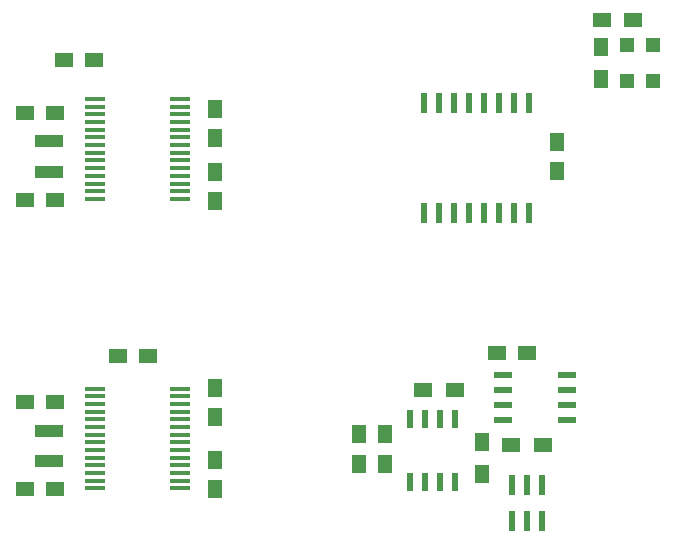
<source format=gtp>
G04 #@! TF.GenerationSoftware,KiCad,Pcbnew,no-vcs-found-01f5a12~58~ubuntu16.04.1*
G04 #@! TF.CreationDate,2017-04-25T17:44:52-04:00*
G04 #@! TF.ProjectId,RPi_Hat,5250695F4861742E6B696361645F7063,rev?*
G04 #@! TF.FileFunction,Paste,Top*
G04 #@! TF.FilePolarity,Positive*
%FSLAX46Y46*%
G04 Gerber Fmt 4.6, Leading zero omitted, Abs format (unit mm)*
G04 Created by KiCad (PCBNEW no-vcs-found-01f5a12~58~ubuntu16.04.1) date Tue Apr 25 17:44:52 2017*
%MOMM*%
%LPD*%
G01*
G04 APERTURE LIST*
%ADD10C,0.100000*%
%ADD11R,1.750000X0.450000*%
%ADD12R,1.550000X0.600000*%
%ADD13R,1.500000X1.250000*%
%ADD14R,1.250000X1.500000*%
%ADD15R,1.500000X1.300000*%
%ADD16R,0.600000X1.550000*%
%ADD17R,2.400000X1.100000*%
%ADD18R,1.300000X1.500000*%
%ADD19R,0.530000X1.700000*%
%ADD20R,0.600000X1.800000*%
%ADD21R,1.200000X1.200000*%
G04 APERTURE END LIST*
D10*
D11*
X103080000Y-99407000D03*
X103080000Y-100057000D03*
X103080000Y-100707000D03*
X103080000Y-101357000D03*
X103080000Y-102007000D03*
X103080000Y-102657000D03*
X103080000Y-103307000D03*
X103080000Y-103957000D03*
X103080000Y-104607000D03*
X103080000Y-105257000D03*
X103080000Y-105907000D03*
X103080000Y-106557000D03*
X103080000Y-107207000D03*
X103080000Y-107857000D03*
X110280000Y-107857000D03*
X110280000Y-107207000D03*
X110280000Y-106557000D03*
X110280000Y-105907000D03*
X110280000Y-105257000D03*
X110280000Y-104607000D03*
X110280000Y-103957000D03*
X110280000Y-103307000D03*
X110280000Y-102657000D03*
X110280000Y-102007000D03*
X110280000Y-101357000D03*
X110280000Y-100707000D03*
X110280000Y-100057000D03*
X110280000Y-99407000D03*
D12*
X137676000Y-102037000D03*
X137676000Y-100767000D03*
X137676000Y-99497000D03*
X137676000Y-98227000D03*
X143076000Y-98227000D03*
X143076000Y-99497000D03*
X143076000Y-100767000D03*
X143076000Y-102037000D03*
D13*
X139680000Y-96393000D03*
X137180000Y-96393000D03*
D11*
X110280000Y-74896000D03*
X110280000Y-75546000D03*
X110280000Y-76196000D03*
X110280000Y-76846000D03*
X110280000Y-77496000D03*
X110280000Y-78146000D03*
X110280000Y-78796000D03*
X110280000Y-79446000D03*
X110280000Y-80096000D03*
X110280000Y-80746000D03*
X110280000Y-81396000D03*
X110280000Y-82046000D03*
X110280000Y-82696000D03*
X110280000Y-83346000D03*
X103080000Y-83346000D03*
X103080000Y-82696000D03*
X103080000Y-82046000D03*
X103080000Y-81396000D03*
X103080000Y-80746000D03*
X103080000Y-80096000D03*
X103080000Y-79446000D03*
X103080000Y-78796000D03*
X103080000Y-78146000D03*
X103080000Y-77496000D03*
X103080000Y-76846000D03*
X103080000Y-76196000D03*
X103080000Y-75546000D03*
X103080000Y-74896000D03*
D13*
X100477000Y-71628000D03*
X102977000Y-71628000D03*
D14*
X113284000Y-83546000D03*
X113284000Y-81046000D03*
X113284000Y-78212000D03*
X113284000Y-75712000D03*
D13*
X97175000Y-76073000D03*
X99675000Y-76073000D03*
X99675000Y-83439000D03*
X97175000Y-83439000D03*
X107549000Y-96647000D03*
X105049000Y-96647000D03*
D14*
X113284000Y-105430000D03*
X113284000Y-107930000D03*
X113284000Y-99334000D03*
X113284000Y-101834000D03*
D13*
X97175000Y-100584000D03*
X99675000Y-100584000D03*
X99675000Y-107950000D03*
X97175000Y-107950000D03*
D14*
X125476000Y-103271000D03*
X125476000Y-105771000D03*
X127635000Y-105771000D03*
X127635000Y-103271000D03*
D15*
X138350000Y-104203500D03*
X141050000Y-104203500D03*
D16*
X129794000Y-107348000D03*
X131064000Y-107348000D03*
X132334000Y-107348000D03*
X133604000Y-107348000D03*
X133604000Y-101948000D03*
X132334000Y-101948000D03*
X131064000Y-101948000D03*
X129794000Y-101948000D03*
D17*
X99187000Y-81056000D03*
X99187000Y-78456000D03*
X99187000Y-102967000D03*
X99187000Y-105567000D03*
D14*
X142240000Y-78506000D03*
X142240000Y-81006000D03*
D15*
X130857000Y-99568000D03*
X133557000Y-99568000D03*
D18*
X135890000Y-103933000D03*
X135890000Y-106633000D03*
D19*
X138430000Y-110618000D03*
X139700000Y-110618000D03*
X140970000Y-110618000D03*
X138430000Y-107568000D03*
X139700000Y-107568000D03*
X140970000Y-107568000D03*
D20*
X139827000Y-84533000D03*
X138557000Y-84533000D03*
X137287000Y-84533000D03*
X136017000Y-84533000D03*
X134747000Y-84533000D03*
X133477000Y-84533000D03*
X132207000Y-84533000D03*
X130937000Y-84533000D03*
X130937000Y-75233000D03*
X132207000Y-75233000D03*
X133477000Y-75233000D03*
X134747000Y-75233000D03*
X136017000Y-75233000D03*
X137287000Y-75233000D03*
X138557000Y-75233000D03*
X139827000Y-75233000D03*
D21*
X148188500Y-73342500D03*
X150388500Y-73342500D03*
X150388500Y-70294500D03*
X148188500Y-70294500D03*
D18*
X145986500Y-70468500D03*
X145986500Y-73168500D03*
D15*
X148691600Y-68199000D03*
X145991600Y-68199000D03*
M02*

</source>
